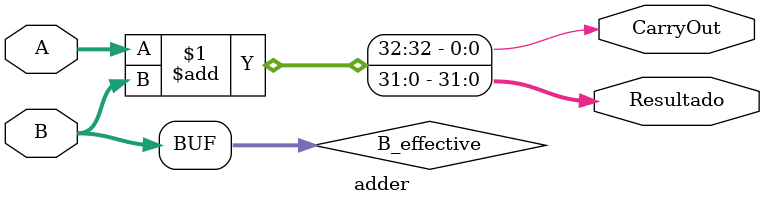
<source format=v>
/**
 * adder.v
 * Somador para MIPS Monociclo
 * Unifica adder_32 e adder_32_pc em um único módulo configurável
 * 
 * MODO DE USO:
 * - Modo normal: Conecte A e B para soma genérica
 * - Modo PC+4: Conecte apenas A, B será automaticamente 4
 */

module adder #(
    parameter MODE_PC = 1'b0,  // 0=modo genérico, 1=modo PC+4
    parameter CONSTANT_B = 32'd4  // Constante para modo PC (padrão: 4)
)(
    input [31:0] A,          // Entrada A (obrigatória)
    input [31:0] B,          // Entrada B 
    output [31:0] Resultado, // A + B (ou A + CONSTANT_B no modo PC)
    output CarryOut          
);

// Modo PC+4: usa constante interna, ignora entrada B
wire [31:0] B_effective = MODE_PC ? CONSTANT_B : B;

// Operação de soma
assign {CarryOut, Resultado} = A + B_effective;

endmodule

</source>
